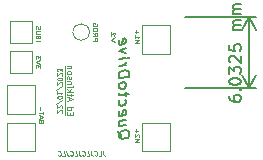
<source format=gbr>
%TF.GenerationSoftware,KiCad,Pcbnew,(6.0.5)*%
%TF.CreationDate,2023-01-22T23:41:33+00:00*%
%TF.ProjectId,TinyDrive,54696e79-4472-4697-9665-2e6b69636164,rev?*%
%TF.SameCoordinates,Original*%
%TF.FileFunction,Legend,Bot*%
%TF.FilePolarity,Positive*%
%FSLAX46Y46*%
G04 Gerber Fmt 4.6, Leading zero omitted, Abs format (unit mm)*
G04 Created by KiCad (PCBNEW (6.0.5)) date 2023-01-22 23:41:33*
%MOMM*%
%LPD*%
G01*
G04 APERTURE LIST*
%ADD10C,0.080000*%
%ADD11C,0.150000*%
%ADD12C,0.100000*%
%ADD13C,0.120000*%
%ADD14R,2.000000X2.000000*%
%ADD15C,1.000000*%
%ADD16R,1.500000X1.500000*%
G04 APERTURE END LIST*
D10*
X98990488Y-91982952D02*
X99026202Y-92268666D01*
X99052392Y-92325809D01*
X99095250Y-92363904D01*
X99154773Y-92382952D01*
X99192869Y-92382952D01*
X98659535Y-92382952D02*
X98850011Y-92382952D01*
X98800011Y-91982952D01*
X98292869Y-92344857D02*
X98314297Y-92363904D01*
X98373821Y-92382952D01*
X98411916Y-92382952D01*
X98466678Y-92363904D01*
X98500011Y-92325809D01*
X98514297Y-92287714D01*
X98523821Y-92211523D01*
X98516678Y-92154380D01*
X98488107Y-92078190D01*
X98464297Y-92040095D01*
X98421440Y-92002000D01*
X98361916Y-91982952D01*
X98323821Y-91982952D01*
X98269059Y-92002000D01*
X98252392Y-92021047D01*
X97961916Y-91982952D02*
X97997630Y-92268666D01*
X98023821Y-92325809D01*
X98066678Y-92363904D01*
X98126202Y-92382952D01*
X98164297Y-92382952D01*
X97630964Y-92382952D02*
X97821440Y-92382952D01*
X97771440Y-91982952D01*
X97264297Y-92344857D02*
X97285726Y-92363904D01*
X97345250Y-92382952D01*
X97383345Y-92382952D01*
X97438107Y-92363904D01*
X97471440Y-92325809D01*
X97485726Y-92287714D01*
X97495250Y-92211523D01*
X97488107Y-92154380D01*
X97459535Y-92078190D01*
X97435726Y-92040095D01*
X97392869Y-92002000D01*
X97333345Y-91982952D01*
X97295250Y-91982952D01*
X97240488Y-92002000D01*
X97223821Y-92021047D01*
X96933345Y-91982952D02*
X96969059Y-92268666D01*
X96995250Y-92325809D01*
X97038107Y-92363904D01*
X97097630Y-92382952D01*
X97135726Y-92382952D01*
X96602392Y-92382952D02*
X96792869Y-92382952D01*
X96742869Y-91982952D01*
X96235726Y-92344857D02*
X96257154Y-92363904D01*
X96316678Y-92382952D01*
X96354773Y-92382952D01*
X96409535Y-92363904D01*
X96442869Y-92325809D01*
X96457154Y-92287714D01*
X96466678Y-92211523D01*
X96459535Y-92154380D01*
X96430964Y-92078190D01*
X96407154Y-92040095D01*
X96364297Y-92002000D01*
X96304773Y-91982952D01*
X96266678Y-91982952D01*
X96211916Y-92002000D01*
X96195250Y-92021047D01*
X95904773Y-91982952D02*
X95940488Y-92268666D01*
X95966678Y-92325809D01*
X96009535Y-92363904D01*
X96069059Y-92382952D01*
X96107154Y-92382952D01*
X95573821Y-92382952D02*
X95764297Y-92382952D01*
X95714297Y-91982952D01*
X95207154Y-92344857D02*
X95228583Y-92363904D01*
X95288107Y-92382952D01*
X95326202Y-92382952D01*
X95380964Y-92363904D01*
X95414297Y-92325809D01*
X95428583Y-92287714D01*
X95438107Y-92211523D01*
X95430964Y-92154380D01*
X95402392Y-92078190D01*
X95378583Y-92040095D01*
X95335726Y-92002000D01*
X95276202Y-91982952D01*
X95238107Y-91982952D01*
X95183345Y-92002000D01*
X95166678Y-92021047D01*
D11*
X109681380Y-87327916D02*
X109681380Y-87518392D01*
X109729000Y-87613630D01*
X109776619Y-87661250D01*
X109919476Y-87756488D01*
X110109952Y-87804107D01*
X110490904Y-87804107D01*
X110586142Y-87756488D01*
X110633761Y-87708869D01*
X110681380Y-87613630D01*
X110681380Y-87423154D01*
X110633761Y-87327916D01*
X110586142Y-87280297D01*
X110490904Y-87232678D01*
X110252809Y-87232678D01*
X110157571Y-87280297D01*
X110109952Y-87327916D01*
X110062333Y-87423154D01*
X110062333Y-87613630D01*
X110109952Y-87708869D01*
X110157571Y-87756488D01*
X110252809Y-87804107D01*
X110586142Y-86804107D02*
X110633761Y-86756488D01*
X110681380Y-86804107D01*
X110633761Y-86851726D01*
X110586142Y-86804107D01*
X110681380Y-86804107D01*
X109681380Y-86137440D02*
X109681380Y-86042202D01*
X109729000Y-85946964D01*
X109776619Y-85899345D01*
X109871857Y-85851726D01*
X110062333Y-85804107D01*
X110300428Y-85804107D01*
X110490904Y-85851726D01*
X110586142Y-85899345D01*
X110633761Y-85946964D01*
X110681380Y-86042202D01*
X110681380Y-86137440D01*
X110633761Y-86232678D01*
X110586142Y-86280297D01*
X110490904Y-86327916D01*
X110300428Y-86375535D01*
X110062333Y-86375535D01*
X109871857Y-86327916D01*
X109776619Y-86280297D01*
X109729000Y-86232678D01*
X109681380Y-86137440D01*
X109681380Y-85470773D02*
X109681380Y-84851726D01*
X110062333Y-85185059D01*
X110062333Y-85042202D01*
X110109952Y-84946964D01*
X110157571Y-84899345D01*
X110252809Y-84851726D01*
X110490904Y-84851726D01*
X110586142Y-84899345D01*
X110633761Y-84946964D01*
X110681380Y-85042202D01*
X110681380Y-85327916D01*
X110633761Y-85423154D01*
X110586142Y-85470773D01*
X109776619Y-84470773D02*
X109729000Y-84423154D01*
X109681380Y-84327916D01*
X109681380Y-84089821D01*
X109729000Y-83994583D01*
X109776619Y-83946964D01*
X109871857Y-83899345D01*
X109967095Y-83899345D01*
X110109952Y-83946964D01*
X110681380Y-84518392D01*
X110681380Y-83899345D01*
X109681380Y-82994583D02*
X109681380Y-83470773D01*
X110157571Y-83518392D01*
X110109952Y-83470773D01*
X110062333Y-83375535D01*
X110062333Y-83137440D01*
X110109952Y-83042202D01*
X110157571Y-82994583D01*
X110252809Y-82946964D01*
X110490904Y-82946964D01*
X110586142Y-82994583D01*
X110633761Y-83042202D01*
X110681380Y-83137440D01*
X110681380Y-83375535D01*
X110633761Y-83470773D01*
X110586142Y-83518392D01*
X110681380Y-81756488D02*
X110014714Y-81756488D01*
X110109952Y-81756488D02*
X110062333Y-81708869D01*
X110014714Y-81613630D01*
X110014714Y-81470773D01*
X110062333Y-81375535D01*
X110157571Y-81327916D01*
X110681380Y-81327916D01*
X110157571Y-81327916D02*
X110062333Y-81280297D01*
X110014714Y-81185059D01*
X110014714Y-81042202D01*
X110062333Y-80946964D01*
X110157571Y-80899345D01*
X110681380Y-80899345D01*
X110681380Y-80423154D02*
X110014714Y-80423154D01*
X110109952Y-80423154D02*
X110062333Y-80375535D01*
X110014714Y-80280297D01*
X110014714Y-80137440D01*
X110062333Y-80042202D01*
X110157571Y-79994583D01*
X110681380Y-79994583D01*
X110157571Y-79994583D02*
X110062333Y-79946964D01*
X110014714Y-79851726D01*
X110014714Y-79708869D01*
X110062333Y-79613630D01*
X110157571Y-79566011D01*
X110681380Y-79566011D01*
X105910000Y-80645000D02*
X111965420Y-80645000D01*
X105910000Y-86677500D02*
X111965420Y-86677500D01*
X111379000Y-80645000D02*
X111379000Y-86677500D01*
X111379000Y-80645000D02*
X111379000Y-86677500D01*
X111379000Y-80645000D02*
X110792579Y-81771504D01*
X111379000Y-80645000D02*
X111965421Y-81771504D01*
X111379000Y-86677500D02*
X111965421Y-85550996D01*
X111379000Y-86677500D02*
X110792579Y-85550996D01*
D12*
X95758000Y-84785200D02*
X95758000Y-88950800D01*
D10*
X96225514Y-88951333D02*
X96225514Y-88784666D01*
X95963609Y-88713238D02*
X95963609Y-88951333D01*
X96463609Y-88951333D01*
X96463609Y-88713238D01*
X95963609Y-88284666D02*
X96463609Y-88284666D01*
X95987419Y-88284666D02*
X95963609Y-88332285D01*
X95963609Y-88427523D01*
X95987419Y-88475142D01*
X96011228Y-88498952D01*
X96058847Y-88522761D01*
X96201704Y-88522761D01*
X96249323Y-88498952D01*
X96273133Y-88475142D01*
X96296942Y-88427523D01*
X96296942Y-88332285D01*
X96273133Y-88284666D01*
X96106466Y-87689428D02*
X96106466Y-87451333D01*
X95963609Y-87737047D02*
X96463609Y-87570380D01*
X95963609Y-87403714D01*
X96296942Y-87308476D02*
X96296942Y-87118000D01*
X96463609Y-87237047D02*
X96035038Y-87237047D01*
X95987419Y-87213238D01*
X95963609Y-87165619D01*
X95963609Y-87118000D01*
X95963609Y-86951333D02*
X96463609Y-86951333D01*
X96154085Y-86903714D02*
X95963609Y-86760857D01*
X96296942Y-86760857D02*
X96106466Y-86951333D01*
X95963609Y-86546571D02*
X96296942Y-86546571D01*
X96463609Y-86546571D02*
X96439800Y-86570380D01*
X96415990Y-86546571D01*
X96439800Y-86522761D01*
X96463609Y-86546571D01*
X96415990Y-86546571D01*
X96296942Y-86308476D02*
X95963609Y-86308476D01*
X96249323Y-86308476D02*
X96273133Y-86284666D01*
X96296942Y-86237047D01*
X96296942Y-86165619D01*
X96273133Y-86118000D01*
X96225514Y-86094190D01*
X95963609Y-86094190D01*
X95987419Y-85879904D02*
X95963609Y-85832285D01*
X95963609Y-85737047D01*
X95987419Y-85689428D01*
X96035038Y-85665619D01*
X96058847Y-85665619D01*
X96106466Y-85689428D01*
X96130276Y-85737047D01*
X96130276Y-85808476D01*
X96154085Y-85856095D01*
X96201704Y-85879904D01*
X96225514Y-85879904D01*
X96273133Y-85856095D01*
X96296942Y-85808476D01*
X96296942Y-85737047D01*
X96273133Y-85689428D01*
X95963609Y-85379904D02*
X95987419Y-85427523D01*
X96011228Y-85451333D01*
X96058847Y-85475142D01*
X96201704Y-85475142D01*
X96249323Y-85451333D01*
X96273133Y-85427523D01*
X96296942Y-85379904D01*
X96296942Y-85308476D01*
X96273133Y-85260857D01*
X96249323Y-85237047D01*
X96201704Y-85213238D01*
X96058847Y-85213238D01*
X96011228Y-85237047D01*
X95987419Y-85260857D01*
X95963609Y-85308476D01*
X95963609Y-85379904D01*
X96296942Y-84998952D02*
X95963609Y-84998952D01*
X96249323Y-84998952D02*
X96273133Y-84975142D01*
X96296942Y-84927523D01*
X96296942Y-84856095D01*
X96273133Y-84808476D01*
X96225514Y-84784666D01*
X95963609Y-84784666D01*
X95507152Y-88734666D02*
X95526200Y-88715619D01*
X95545247Y-88677523D01*
X95545247Y-88582285D01*
X95526200Y-88544190D01*
X95507152Y-88525142D01*
X95469057Y-88506095D01*
X95430961Y-88506095D01*
X95373819Y-88525142D01*
X95145247Y-88753714D01*
X95145247Y-88506095D01*
X95507152Y-88353714D02*
X95526200Y-88334666D01*
X95545247Y-88296571D01*
X95545247Y-88201333D01*
X95526200Y-88163238D01*
X95507152Y-88144190D01*
X95469057Y-88125142D01*
X95430961Y-88125142D01*
X95373819Y-88144190D01*
X95145247Y-88372761D01*
X95145247Y-88125142D01*
X95564295Y-87668000D02*
X95050009Y-88010857D01*
X95545247Y-87458476D02*
X95545247Y-87420380D01*
X95526200Y-87382285D01*
X95507152Y-87363238D01*
X95469057Y-87344190D01*
X95392866Y-87325142D01*
X95297628Y-87325142D01*
X95221438Y-87344190D01*
X95183342Y-87363238D01*
X95164295Y-87382285D01*
X95145247Y-87420380D01*
X95145247Y-87458476D01*
X95164295Y-87496571D01*
X95183342Y-87515619D01*
X95221438Y-87534666D01*
X95297628Y-87553714D01*
X95392866Y-87553714D01*
X95469057Y-87534666D01*
X95507152Y-87515619D01*
X95526200Y-87496571D01*
X95545247Y-87458476D01*
X95145247Y-86944190D02*
X95145247Y-87172761D01*
X95145247Y-87058476D02*
X95545247Y-87058476D01*
X95488104Y-87096571D01*
X95450009Y-87134666D01*
X95430961Y-87172761D01*
X95564295Y-86487047D02*
X95050009Y-86829904D01*
X95507152Y-86372761D02*
X95526200Y-86353714D01*
X95545247Y-86315619D01*
X95545247Y-86220380D01*
X95526200Y-86182285D01*
X95507152Y-86163238D01*
X95469057Y-86144190D01*
X95430961Y-86144190D01*
X95373819Y-86163238D01*
X95145247Y-86391809D01*
X95145247Y-86144190D01*
X95545247Y-85896571D02*
X95545247Y-85858476D01*
X95526200Y-85820380D01*
X95507152Y-85801333D01*
X95469057Y-85782285D01*
X95392866Y-85763238D01*
X95297628Y-85763238D01*
X95221438Y-85782285D01*
X95183342Y-85801333D01*
X95164295Y-85820380D01*
X95145247Y-85858476D01*
X95145247Y-85896571D01*
X95164295Y-85934666D01*
X95183342Y-85953714D01*
X95221438Y-85972761D01*
X95297628Y-85991809D01*
X95392866Y-85991809D01*
X95469057Y-85972761D01*
X95507152Y-85953714D01*
X95526200Y-85934666D01*
X95545247Y-85896571D01*
X95507152Y-85610857D02*
X95526200Y-85591809D01*
X95545247Y-85553714D01*
X95545247Y-85458476D01*
X95526200Y-85420380D01*
X95507152Y-85401333D01*
X95469057Y-85382285D01*
X95430961Y-85382285D01*
X95373819Y-85401333D01*
X95145247Y-85629904D01*
X95145247Y-85382285D01*
X95545247Y-85248952D02*
X95545247Y-85001333D01*
X95392866Y-85134666D01*
X95392866Y-85077523D01*
X95373819Y-85039428D01*
X95354771Y-85020380D01*
X95316676Y-85001333D01*
X95221438Y-85001333D01*
X95183342Y-85020380D01*
X95164295Y-85039428D01*
X95145247Y-85077523D01*
X95145247Y-85191809D01*
X95164295Y-85229904D01*
X95183342Y-85248952D01*
D11*
X100243542Y-90284529D02*
X100286400Y-90374410D01*
X100372114Y-90458933D01*
X100500685Y-90585719D01*
X100543542Y-90675600D01*
X100543542Y-90770838D01*
X100329257Y-90750005D02*
X100372114Y-90839886D01*
X100457828Y-90924410D01*
X100629257Y-90950600D01*
X100929257Y-90913100D01*
X101100685Y-90844052D01*
X101186400Y-90738100D01*
X101229257Y-90637505D01*
X101229257Y-90447029D01*
X101186400Y-90357148D01*
X101100685Y-90272624D01*
X100929257Y-90246433D01*
X100629257Y-90283933D01*
X100457828Y-90352981D01*
X100372114Y-90458933D01*
X100329257Y-90559529D01*
X100329257Y-90750005D01*
X100929257Y-89389291D02*
X100329257Y-89464291D01*
X100929257Y-89817862D02*
X100457828Y-89876791D01*
X100372114Y-89839886D01*
X100329257Y-89750005D01*
X100329257Y-89607148D01*
X100372114Y-89506552D01*
X100414971Y-89453576D01*
X100372114Y-88601791D02*
X100329257Y-88702386D01*
X100329257Y-88892862D01*
X100372114Y-88982743D01*
X100457828Y-89019648D01*
X100800685Y-88976791D01*
X100886400Y-88918457D01*
X100929257Y-88817862D01*
X100929257Y-88627386D01*
X100886400Y-88537505D01*
X100800685Y-88500600D01*
X100714971Y-88511314D01*
X100629257Y-88998219D01*
X100372114Y-87697029D02*
X100329257Y-87797624D01*
X100329257Y-87988100D01*
X100372114Y-88077981D01*
X100414971Y-88120243D01*
X100500685Y-88157148D01*
X100757828Y-88125005D01*
X100843542Y-88066672D01*
X100886400Y-88013695D01*
X100929257Y-87913100D01*
X100929257Y-87722624D01*
X100886400Y-87632743D01*
X100929257Y-87341672D02*
X100929257Y-86960719D01*
X101229257Y-87161314D02*
X100457828Y-87257743D01*
X100372114Y-87220838D01*
X100329257Y-87130957D01*
X100329257Y-87035719D01*
X100329257Y-86559529D02*
X100372114Y-86649410D01*
X100414971Y-86691672D01*
X100500685Y-86728576D01*
X100757828Y-86696433D01*
X100843542Y-86638100D01*
X100886400Y-86585124D01*
X100929257Y-86484529D01*
X100929257Y-86341672D01*
X100886400Y-86251791D01*
X100843542Y-86209529D01*
X100757828Y-86172624D01*
X100500685Y-86204767D01*
X100414971Y-86263100D01*
X100372114Y-86316076D01*
X100329257Y-86416672D01*
X100329257Y-86559529D01*
X100329257Y-85797624D02*
X101229257Y-85685124D01*
X101229257Y-85447029D01*
X101186400Y-85309529D01*
X101100685Y-85225005D01*
X101014971Y-85188100D01*
X100843542Y-85161910D01*
X100714971Y-85177981D01*
X100543542Y-85247029D01*
X100457828Y-85305362D01*
X100372114Y-85411314D01*
X100329257Y-85559529D01*
X100329257Y-85797624D01*
X100329257Y-84797624D02*
X100929257Y-84722624D01*
X100757828Y-84744052D02*
X100843542Y-84685719D01*
X100886400Y-84632743D01*
X100929257Y-84532148D01*
X100929257Y-84436910D01*
X100329257Y-84178576D02*
X100929257Y-84103576D01*
X101229257Y-84066076D02*
X101186400Y-84119052D01*
X101143542Y-84076791D01*
X101186400Y-84023814D01*
X101229257Y-84066076D01*
X101143542Y-84076791D01*
X100929257Y-83722624D02*
X100329257Y-83559529D01*
X100929257Y-83246433D01*
X100372114Y-82554172D02*
X100329257Y-82654767D01*
X100329257Y-82845243D01*
X100372114Y-82935124D01*
X100457828Y-82972029D01*
X100800685Y-82929172D01*
X100886400Y-82870838D01*
X100929257Y-82770243D01*
X100929257Y-82579767D01*
X100886400Y-82489886D01*
X100800685Y-82452981D01*
X100714971Y-82463695D01*
X100629257Y-82950600D01*
D12*
X100041047Y-82769583D02*
X99641047Y-82619583D01*
X100041047Y-82369583D01*
X99641047Y-81905297D02*
X99641047Y-82248154D01*
X99641047Y-82076726D02*
X100041047Y-82026726D01*
X99983904Y-82091011D01*
X99945809Y-82152916D01*
X99926761Y-82212440D01*
X98117047Y-82629285D02*
X98517047Y-82629285D01*
X98517047Y-82476904D01*
X98498000Y-82438809D01*
X98478952Y-82419761D01*
X98440857Y-82400714D01*
X98383714Y-82400714D01*
X98345619Y-82419761D01*
X98326571Y-82438809D01*
X98307523Y-82476904D01*
X98307523Y-82629285D01*
X98117047Y-82000714D02*
X98307523Y-82134047D01*
X98117047Y-82229285D02*
X98517047Y-82229285D01*
X98517047Y-82076904D01*
X98498000Y-82038809D01*
X98478952Y-82019761D01*
X98440857Y-82000714D01*
X98383714Y-82000714D01*
X98345619Y-82019761D01*
X98326571Y-82038809D01*
X98307523Y-82076904D01*
X98307523Y-82229285D01*
X98517047Y-81753095D02*
X98517047Y-81676904D01*
X98498000Y-81638809D01*
X98459904Y-81600714D01*
X98383714Y-81581666D01*
X98250380Y-81581666D01*
X98174190Y-81600714D01*
X98136095Y-81638809D01*
X98117047Y-81676904D01*
X98117047Y-81753095D01*
X98136095Y-81791190D01*
X98174190Y-81829285D01*
X98250380Y-81848333D01*
X98383714Y-81848333D01*
X98459904Y-81829285D01*
X98498000Y-81791190D01*
X98517047Y-81753095D01*
X98498000Y-81200714D02*
X98517047Y-81238809D01*
X98517047Y-81295952D01*
X98498000Y-81353095D01*
X98459904Y-81391190D01*
X98421809Y-81410238D01*
X98345619Y-81429285D01*
X98288476Y-81429285D01*
X98212285Y-81410238D01*
X98174190Y-81391190D01*
X98136095Y-81353095D01*
X98117047Y-81295952D01*
X98117047Y-81257857D01*
X98136095Y-81200714D01*
X98155142Y-81181666D01*
X98288476Y-81181666D01*
X98288476Y-81257857D01*
X93754571Y-89442857D02*
X93735523Y-89385714D01*
X93716476Y-89366666D01*
X93678380Y-89347619D01*
X93621238Y-89347619D01*
X93583142Y-89366666D01*
X93564095Y-89385714D01*
X93545047Y-89423809D01*
X93545047Y-89576190D01*
X93945047Y-89576190D01*
X93945047Y-89442857D01*
X93926000Y-89404761D01*
X93906952Y-89385714D01*
X93868857Y-89366666D01*
X93830761Y-89366666D01*
X93792666Y-89385714D01*
X93773619Y-89404761D01*
X93754571Y-89442857D01*
X93754571Y-89576190D01*
X93659333Y-89195238D02*
X93659333Y-89004761D01*
X93545047Y-89233333D02*
X93945047Y-89100000D01*
X93545047Y-88966666D01*
X93945047Y-88890476D02*
X93945047Y-88661904D01*
X93545047Y-88776190D02*
X93945047Y-88776190D01*
X93697428Y-88528571D02*
X93697428Y-88223809D01*
X101673047Y-82867428D02*
X102073047Y-82867428D01*
X101787333Y-82734095D01*
X102073047Y-82600761D01*
X101673047Y-82600761D01*
X101673047Y-82200761D02*
X101673047Y-82429333D01*
X101673047Y-82315047D02*
X102073047Y-82315047D01*
X102015904Y-82353142D01*
X101977809Y-82391238D01*
X101958761Y-82429333D01*
X101825428Y-82029333D02*
X101825428Y-81724571D01*
X101673047Y-81876952D02*
X101977809Y-81876952D01*
X93291047Y-82642000D02*
X93691047Y-82642000D01*
X93500571Y-82318190D02*
X93481523Y-82261047D01*
X93462476Y-82242000D01*
X93424380Y-82222952D01*
X93367238Y-82222952D01*
X93329142Y-82242000D01*
X93310095Y-82261047D01*
X93291047Y-82299142D01*
X93291047Y-82451523D01*
X93691047Y-82451523D01*
X93691047Y-82318190D01*
X93672000Y-82280095D01*
X93652952Y-82261047D01*
X93614857Y-82242000D01*
X93576761Y-82242000D01*
X93538666Y-82261047D01*
X93519619Y-82280095D01*
X93500571Y-82318190D01*
X93500571Y-82451523D01*
X93691047Y-82051523D02*
X93367238Y-82051523D01*
X93329142Y-82032476D01*
X93310095Y-82013428D01*
X93291047Y-81975333D01*
X93291047Y-81899142D01*
X93310095Y-81861047D01*
X93329142Y-81842000D01*
X93367238Y-81822952D01*
X93691047Y-81822952D01*
X93310095Y-81651523D02*
X93291047Y-81594380D01*
X93291047Y-81499142D01*
X93310095Y-81461047D01*
X93329142Y-81442000D01*
X93367238Y-81422952D01*
X93405333Y-81422952D01*
X93443428Y-81442000D01*
X93462476Y-81461047D01*
X93481523Y-81499142D01*
X93500571Y-81575333D01*
X93519619Y-81613428D01*
X93538666Y-81632476D01*
X93576761Y-81651523D01*
X93614857Y-81651523D01*
X93652952Y-81632476D01*
X93672000Y-81613428D01*
X93691047Y-81575333D01*
X93691047Y-81480095D01*
X93672000Y-81422952D01*
X101673047Y-91249428D02*
X102073047Y-91249428D01*
X101787333Y-91116095D01*
X102073047Y-90982761D01*
X101673047Y-90982761D01*
X102034952Y-90811333D02*
X102054000Y-90792285D01*
X102073047Y-90754190D01*
X102073047Y-90658952D01*
X102054000Y-90620857D01*
X102034952Y-90601809D01*
X101996857Y-90582761D01*
X101958761Y-90582761D01*
X101901619Y-90601809D01*
X101673047Y-90830380D01*
X101673047Y-90582761D01*
X101825428Y-90411333D02*
X101825428Y-90106571D01*
X101673047Y-90258952D02*
X101977809Y-90258952D01*
X93691047Y-84950238D02*
X93691047Y-84702619D01*
X93538666Y-84835952D01*
X93538666Y-84778809D01*
X93519619Y-84740714D01*
X93500571Y-84721666D01*
X93462476Y-84702619D01*
X93367238Y-84702619D01*
X93329142Y-84721666D01*
X93310095Y-84740714D01*
X93291047Y-84778809D01*
X93291047Y-84893095D01*
X93310095Y-84931190D01*
X93329142Y-84950238D01*
X93691047Y-84588333D02*
X93291047Y-84455000D01*
X93691047Y-84321666D01*
X93691047Y-84226428D02*
X93691047Y-83978809D01*
X93538666Y-84112142D01*
X93538666Y-84055000D01*
X93519619Y-84016904D01*
X93500571Y-83997857D01*
X93462476Y-83978809D01*
X93367238Y-83978809D01*
X93329142Y-83997857D01*
X93310095Y-84016904D01*
X93291047Y-84055000D01*
X93291047Y-84169285D01*
X93310095Y-84207380D01*
X93329142Y-84226428D01*
D13*
%TO.C,TP4*%
X93275000Y-92005000D02*
X93275000Y-89605000D01*
X90875000Y-92005000D02*
X93275000Y-92005000D01*
X90875000Y-89605000D02*
X90875000Y-92005000D01*
X93275000Y-89605000D02*
X90875000Y-89605000D01*
%TO.C,TP5*%
X97855000Y-81915000D02*
G75*
G03*
X97855000Y-81915000I-700000J0D01*
G01*
%TO.C,TP15*%
X104705000Y-83750000D02*
X104705000Y-81350000D01*
X104705000Y-81350000D02*
X102305000Y-81350000D01*
X102305000Y-81350000D02*
X102305000Y-83750000D01*
X102305000Y-83750000D02*
X104705000Y-83750000D01*
%TO.C,TP3*%
X93275000Y-86430000D02*
X90875000Y-86430000D01*
X93275000Y-88830000D02*
X93275000Y-86430000D01*
X90875000Y-86430000D02*
X90875000Y-88830000D01*
X90875000Y-88830000D02*
X93275000Y-88830000D01*
%TO.C,TP11*%
X102305000Y-92005000D02*
X104705000Y-92005000D01*
X102305000Y-89605000D02*
X102305000Y-92005000D01*
X104705000Y-92005000D02*
X104705000Y-89605000D01*
X104705000Y-89605000D02*
X102305000Y-89605000D01*
%TO.C,TP9*%
X91125000Y-80965000D02*
X91125000Y-82865000D01*
X93025000Y-82865000D02*
X93025000Y-80965000D01*
X93025000Y-80965000D02*
X91125000Y-80965000D01*
X91125000Y-82865000D02*
X93025000Y-82865000D01*
%TO.C,TP8*%
X91125000Y-83505000D02*
X91125000Y-85405000D01*
X93025000Y-83505000D02*
X91125000Y-83505000D01*
X91125000Y-85405000D02*
X93025000Y-85405000D01*
X93025000Y-85405000D02*
X93025000Y-83505000D01*
%TD*%
%LPC*%
D14*
%TO.C,TP4*%
X92075000Y-90805000D03*
%TD*%
D15*
%TO.C,TP5*%
X97155000Y-81915000D03*
%TD*%
D14*
%TO.C,TP15*%
X103505000Y-82550000D03*
%TD*%
%TO.C,TP3*%
X92075000Y-87630000D03*
%TD*%
%TO.C,TP11*%
X103505000Y-90805000D03*
%TD*%
D16*
%TO.C,TP9*%
X92075000Y-81915000D03*
%TD*%
%TO.C,TP8*%
X92075000Y-84455000D03*
%TD*%
M02*

</source>
